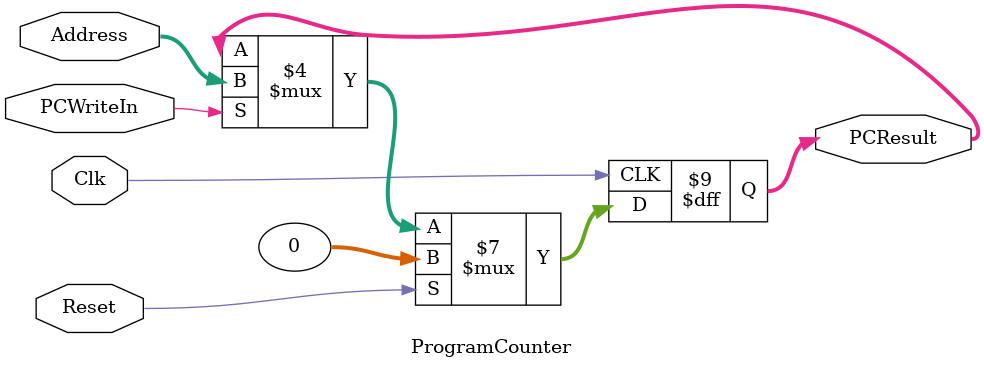
<source format=v>
`timescale 1ns / 1ps


module ProgramCounter(Address, PCResult, Reset, Clk, PCWriteIn);

  input [31:0] Address;
  input Reset, Clk;
  input PCWriteIn;

  output reg [31:0] PCResult;

    always @(posedge Clk)
    begin
        if (Reset) begin
            PCResult <= 0;
        end
        else if (PCWriteIn == 0) begin
            PCResult <= PCResult;
        end
        else begin
            PCResult <= Address;
        end
    end


endmodule



</source>
